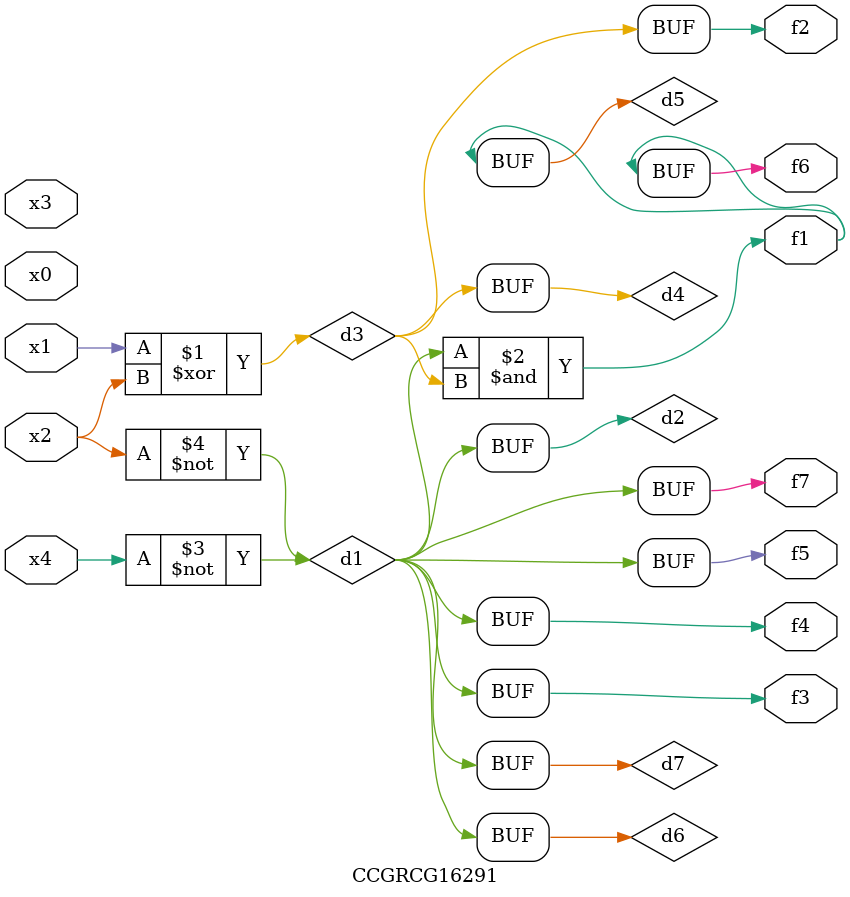
<source format=v>
module CCGRCG16291(
	input x0, x1, x2, x3, x4,
	output f1, f2, f3, f4, f5, f6, f7
);

	wire d1, d2, d3, d4, d5, d6, d7;

	not (d1, x4);
	not (d2, x2);
	xor (d3, x1, x2);
	buf (d4, d3);
	and (d5, d1, d3);
	buf (d6, d1, d2);
	buf (d7, d2);
	assign f1 = d5;
	assign f2 = d4;
	assign f3 = d7;
	assign f4 = d7;
	assign f5 = d7;
	assign f6 = d5;
	assign f7 = d7;
endmodule

</source>
